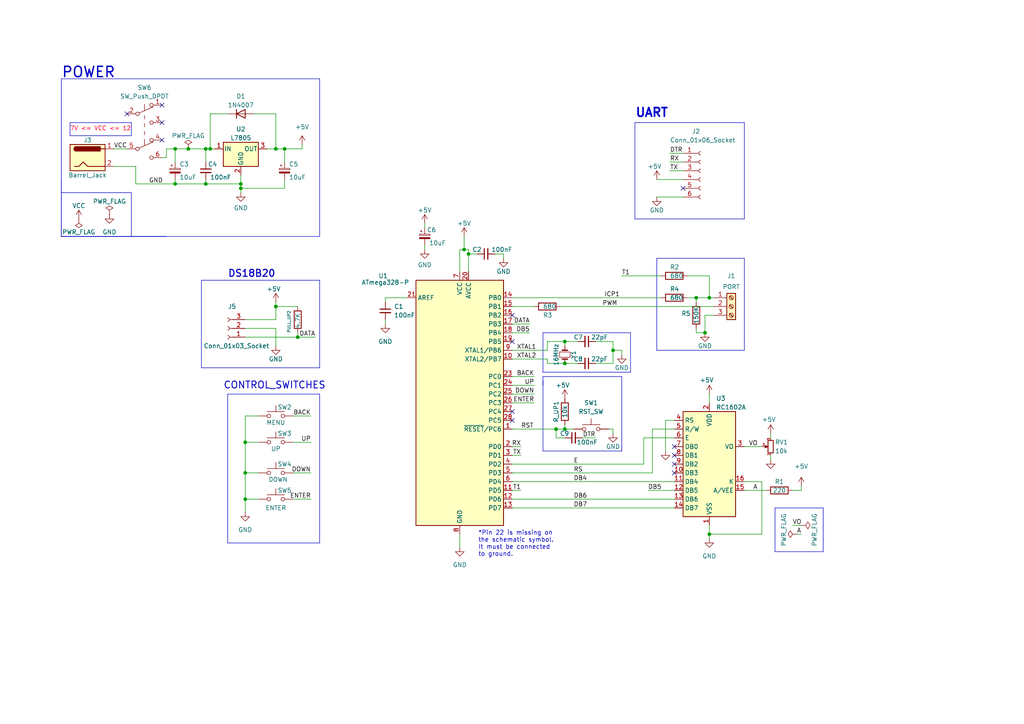
<source format=kicad_sch>
(kicad_sch (version 20230121) (generator eeschema)
  (paper "A4")
  (title_block (title "TPFR_Meter") (rev "1") (comment 1 "Author: Ozonised") (comment 2 "YouTube: https://www.youtube.com/c/Ozonised") (comment 3 "GitHub: https://github.com/Ozonised"))
  (lib_symbols
    (symbol "1N4007_1" (pin_numbers hide) (pin_names hide)
      (property "Reference" "D" (at 0 2.54 0))
      (property "Value" "1N4007" (at 0 -2.54 0))
      (symbol "1N4007_1_0_1"
        (polyline (pts (xy -1.27 1.27) (xy -1.27 -1.27)) (stroke (width 0.254)))
        (polyline (pts (xy 1.27 0) (xy -1.27 0)))
        (polyline (pts (xy 1.27 1.27) (xy 1.27 -1.27) (xy -1.27 0) (xy 1.27 1.27)) (stroke (width 0.254)))
      )
      (symbol "1N4007_1_1_1"
        (pin passive line (at -3.81 0 0) (length 2.54) (name "K") (number "1"))
        (pin passive line (at 3.81 0 180) (length 2.54) (name "A") (number "2"))
      )
    )
    (symbol "Connector:Barrel_Jack" (pin_names (offset 1.016))
      (property "Reference" "J" (at 0 5.334 0))
      (property "Value" "Barrel_Jack" (at 0 -5.08 0))
      (symbol "Barrel_Jack_0_1"
        (rectangle (start -5.08 3.81) (end 5.08 -3.81) (stroke (width 0.254)) (fill (type background)))
        (arc (start -3.302 3.175) (mid -3.9343 2.54) (end -3.302 1.905) (stroke (width 0.254)))
        (arc (start -3.302 3.175) (mid -3.9343 2.54) (end -3.302 1.905) (stroke (width 0.254)) (fill (type outline)))
        (polyline (pts (xy 5.08 2.54) (xy 3.81 2.54)) (stroke (width 0.254)))
        (polyline (pts (xy -3.81 -2.54) (xy -2.54 -2.54) (xy -1.27 -1.27) (xy 0 -2.54) (xy 2.54 -2.54) (xy 5.08 -2.54)) (stroke (width 0.254)))
        (rectangle (start 3.683 3.175) (end -3.302 1.905) (stroke (width 0.254)) (fill (type outline)))
      )
      (symbol "Barrel_Jack_1_1"
        (pin passive line (at 7.62 2.54 180) (length 2.54) (name "~") (number "1"))
        (pin passive line (at 7.62 -2.54 180) (length 2.54) (name "~") (number "2"))
      )
    )
    (symbol "Connector:Conn_01x03_Socket" (pin_names (offset 1.016) hide)
      (property "Reference" "J" (at 0 5.08 0))
      (property "Value" "Conn_01x03_Socket" (at 0 -5.08 0))
      (symbol "Conn_01x03_Socket_1_1"
        (arc (start 0 -2.032) (mid -0.5058 -2.54) (end 0 -3.048) (stroke (width 0.1524)))
        (polyline (pts (xy -1.27 -2.54) (xy -0.508 -2.54)) (stroke (width 0.1524)))
        (polyline (pts (xy -1.27 0) (xy -0.508 0)) (stroke (width 0.1524)))
        (polyline (pts (xy -1.27 2.54) (xy -0.508 2.54)) (stroke (width 0.1524)))
        (arc (start 0 0.508) (mid -0.5058 0) (end 0 -0.508) (stroke (width 0.1524)))
        (arc (start 0 3.048) (mid -0.5058 2.54) (end 0 2.032) (stroke (width 0.1524)))
        (pin passive line (at -5.08 2.54 0) (length 3.81) (name "Pin_1") (number "1"))
        (pin passive line (at -5.08 0 0) (length 3.81) (name "Pin_2") (number "2"))
        (pin passive line (at -5.08 -2.54 0) (length 3.81) (name "Pin_3") (number "3"))
      )
    )
    (symbol "Connector:Conn_01x06_Socket" (pin_names (offset 1.016) hide)
      (property "Reference" "J" (at 0 7.62 0))
      (property "Value" "Conn_01x06_Socket" (at 0 -10.16 0))
      (symbol "Conn_01x06_Socket_1_1"
        (arc (start 0 -7.112) (mid -0.5058 -7.62) (end 0 -8.128) (stroke (width 0.1524)))
        (arc (start 0 -4.572) (mid -0.5058 -5.08) (end 0 -5.588) (stroke (width 0.1524)))
        (arc (start 0 -2.032) (mid -0.5058 -2.54) (end 0 -3.048) (stroke (width 0.1524)))
        (polyline (pts (xy -1.27 -7.62) (xy -0.508 -7.62)) (stroke (width 0.1524)))
        (polyline (pts (xy -1.27 -5.08) (xy -0.508 -5.08)) (stroke (width 0.1524)))
        (polyline (pts (xy -1.27 -2.54) (xy -0.508 -2.54)) (stroke (width 0.1524)))
        (polyline (pts (xy -1.27 0) (xy -0.508 0)) (stroke (width 0.1524)))
        (polyline (pts (xy -1.27 2.54) (xy -0.508 2.54)) (stroke (width 0.1524)))
        (polyline (pts (xy -1.27 5.08) (xy -0.508 5.08)) (stroke (width 0.1524)))
        (arc (start 0 0.508) (mid -0.5058 0) (end 0 -0.508) (stroke (width 0.1524)))
        (arc (start 0 3.048) (mid -0.5058 2.54) (end 0 2.032) (stroke (width 0.1524)))
        (arc (start 0 5.588) (mid -0.5058 5.08) (end 0 4.572) (stroke (width 0.1524)))
        (pin passive line (at -5.08 5.08 0) (length 3.81) (name "Pin_1") (number "1"))
        (pin passive line (at -5.08 2.54 0) (length 3.81) (name "Pin_2") (number "2"))
        (pin passive line (at -5.08 0 0) (length 3.81) (name "Pin_3") (number "3"))
        (pin passive line (at -5.08 -2.54 0) (length 3.81) (name "Pin_4") (number "4"))
        (pin passive line (at -5.08 -5.08 0) (length 3.81) (name "Pin_5") (number "5"))
        (pin passive line (at -5.08 -7.62 0) (length 3.81) (name "Pin_6") (number "6"))
      )
    )
    (symbol "Connector:Screw_Terminal_01x03" (pin_names (offset 1.016) hide)
      (property "Reference" "J" (at 0 5.08 0))
      (property "Value" "Screw_Terminal_01x03" (at 0 -5.08 0))
      (symbol "Screw_Terminal_01x03_1_1"
        (rectangle (start -1.27 3.81) (end 1.27 -3.81) (stroke (width 0.254)) (fill (type background)))
        (circle (center 0 -2.54) (radius 0.635) (stroke (width 0.1524)))
        (polyline (pts (xy -0.5334 -2.2098) (xy 0.3302 -3.048)) (stroke (width 0.1524)))
        (polyline (pts (xy -0.5334 0.3302) (xy 0.3302 -0.508)) (stroke (width 0.1524)))
        (polyline (pts (xy -0.5334 2.8702) (xy 0.3302 2.032)) (stroke (width 0.1524)))
        (polyline (pts (xy -0.3556 -2.032) (xy 0.508 -2.8702)) (stroke (width 0.1524)))
        (polyline (pts (xy -0.3556 0.508) (xy 0.508 -0.3302)) (stroke (width 0.1524)))
        (polyline (pts (xy -0.3556 3.048) (xy 0.508 2.2098)) (stroke (width 0.1524)))
        (circle (center 0 0) (radius 0.635) (stroke (width 0.1524)))
        (circle (center 0 2.54) (radius 0.635) (stroke (width 0.1524)))
        (pin passive line (at -5.08 2.54 0) (length 3.81) (name "Pin_1") (number "1"))
        (pin passive line (at -5.08 0 0) (length 3.81) (name "Pin_2") (number "2"))
        (pin passive line (at -5.08 -2.54 0) (length 3.81) (name "Pin_3") (number "3"))
      )
    )
    (symbol "Device:C_Polarized_Small" (pin_numbers hide) (pin_names (offset 0.254) hide)
      (property "Reference" "C" (at 0.254 1.778 0))
      (property "Value" "C_Polarized_Small" (at 0.254 -2.032 0))
      (symbol "C_Polarized_Small_0_1"
        (rectangle (start -1.524 -0.3048) (end 1.524 -0.6858) (fill (type outline)))
        (rectangle (start -1.524 0.6858) (end 1.524 0.3048))
        (polyline (pts (xy -1.27 1.524) (xy -0.762 1.524)))
        (polyline (pts (xy -1.016 1.27) (xy -1.016 1.778)))
      )
      (symbol "C_Polarized_Small_1_1"
        (pin passive line (at 0 2.54 270) (length 1.8542) (name "~") (number "1"))
        (pin passive line (at 0 -2.54 90) (length 1.8542) (name "~") (number "2"))
      )
    )
    (symbol "Device:C_Small" (pin_numbers hide) (pin_names (offset 0.254) hide)
      (property "Reference" "C" (at 0.254 1.778 0))
      (property "Value" "C_Small" (at 0.254 -2.032 0))
      (symbol "C_Small_0_1"
        (polyline (pts (xy -1.524 -0.508) (xy 1.524 -0.508)) (stroke (width 0.3302)))
        (polyline (pts (xy -1.524 0.508) (xy 1.524 0.508)) (stroke (width 0.3048)))
      )
      (symbol "C_Small_1_1"
        (pin passive line (at 0 2.54 270) (length 2.032) (name "~") (number "1"))
        (pin passive line (at 0 -2.54 90) (length 2.032) (name "~") (number "2"))
      )
    )
    (symbol "Device:Crystal_Small" (pin_numbers hide) (pin_names (offset 1.016) hide)
      (property "Reference" "Y" (at 0 2.54 0))
      (property "Value" "Crystal_Small" (at 0 -2.54 0))
      (symbol "Crystal_Small_0_1"
        (rectangle (start -0.762 -1.524) (end 0.762 1.524))
        (polyline (pts (xy -1.27 -0.762) (xy -1.27 0.762)) (stroke (width 0.381)))
        (polyline (pts (xy 1.27 -0.762) (xy 1.27 0.762)) (stroke (width 0.381)))
      )
      (symbol "Crystal_Small_1_1"
        (pin passive line (at -2.54 0 0) (length 1.27) (name "1") (number "1"))
        (pin passive line (at 2.54 0 180) (length 1.27) (name "2") (number "2"))
      )
    )
    (symbol "Device:R" (pin_numbers hide) (pin_names (offset 0))
      (property "Reference" "R" (at 2.032 0 90))
      (property "Value" "R" (at 0 0 90))
      (symbol "R_0_1"
        (rectangle (start -1.016 -2.54) (end 1.016 2.54) (stroke (width 0.254)))
      )
      (symbol "R_1_1"
        (pin passive line (at 0 3.81 270) (length 1.27) (name "~") (number "1"))
        (pin passive line (at 0 -3.81 90) (length 1.27) (name "~") (number "2"))
      )
    )
    (symbol "Device:R_Potentiometer_Small" (pin_names (offset 1.016) hide)
      (property "Reference" "RV" (at -4.445 0 90))
      (property "Value" "R_Potentiometer_Small" (at -2.54 0 90))
      (symbol "R_Potentiometer_Small_0_1"
        (polyline (pts (xy 0.889 0) (xy 0.635 0) (xy 1.651 0.381) (xy 1.651 -0.381) (xy 0.635 0) (xy 0.889 0)) (fill (type outline)))
        (rectangle (start 0.762 1.8034) (end -0.762 -1.8034) (stroke (width 0.254)))
      )
      (symbol "R_Potentiometer_Small_1_1"
        (pin passive line (at 0 2.54 270) (length 0.635) (name "1") (number "1"))
        (pin passive line (at 2.54 0 180) (length 0.9906) (name "2") (number "2"))
        (pin passive line (at 0 -2.54 90) (length 0.635) (name "3") (number "3"))
      )
    )
    (symbol "Display_Character:RC1602A"
      (property "Reference" "U" (at -6.35 16.51 0))
      (property "Value" "RC1602A" (at 2.794 16.51 0))
      (symbol "RC1602A_0_1"
        (rectangle (start -7.62 15.24) (end 7.62 -15.24) (stroke (width 0.254)) (fill (type background)))
      )
      (symbol "RC1602A_1_1"
        (pin power_in line (at 0 -17.78 90) (length 2.54) (name "VSS") (number "1"))
        (pin bidirectional line (at -10.16 -2.54 0) (length 2.54) (name "DB3") (number "10"))
        (pin bidirectional line (at -10.16 -5.08 0) (length 2.54) (name "DB4") (number "11"))
        (pin bidirectional line (at -10.16 -7.62 0) (length 2.54) (name "DB5") (number "12"))
        (pin bidirectional line (at -10.16 -10.16 0) (length 2.54) (name "DB6") (number "13"))
        (pin bidirectional line (at -10.16 -12.7 0) (length 2.54) (name "DB7") (number "14"))
        (pin power_in line (at 10.16 -7.62 180) (length 2.54) (name "A/VEE") (number "15"))
        (pin power_in line (at 10.16 -5.08 180) (length 2.54) (name "K") (number "16"))
        (pin power_in line (at 0 17.78 270) (length 2.54) (name "VDD") (number "2"))
        (pin power_in line (at 10.16 5.08 180) (length 2.54) (name "VO") (number "3"))
        (pin input line (at -10.16 12.7 0) (length 2.54) (name "RS") (number "4"))
        (pin input line (at -10.16 10.16 0) (length 2.54) (name "R/W") (number "5"))
        (pin input line (at -10.16 7.62 0) (length 2.54) (name "E") (number "6"))
        (pin bidirectional line (at -10.16 5.08 0) (length 2.54) (name "DB0") (number "7"))
        (pin bidirectional line (at -10.16 2.54 0) (length 2.54) (name "DB1") (number "8"))
        (pin bidirectional line (at -10.16 0 0) (length 2.54) (name "DB2") (number "9"))
      )
    )
    (symbol "MCU_Microchip_ATmega:ATmega328-P"
      (property "Reference" "U" (at -12.7 36.83 0))
      (property "Value" "ATmega328-P" (at 2.54 -36.83 0))
      (symbol "ATmega328-P_0_1"
        (rectangle (start -12.7 -35.56) (end 12.7 35.56) (stroke (width 0.254)) (fill (type background)))
      )
      (symbol "ATmega328-P_1_1"
        (pin bidirectional line (at 15.24 -7.62 180) (length 2.54) (name "~{RESET}/PC6") (number "1"))
        (pin bidirectional line (at 15.24 12.7 180) (length 2.54) (name "XTAL2/PB7") (number "10"))
        (pin bidirectional line (at 15.24 -25.4 180) (length 2.54) (name "PD5") (number "11"))
        (pin bidirectional line (at 15.24 -27.94 180) (length 2.54) (name "PD6") (number "12"))
        (pin bidirectional line (at 15.24 -30.48 180) (length 2.54) (name "PD7") (number "13"))
        (pin bidirectional line (at 15.24 30.48 180) (length 2.54) (name "PB0") (number "14"))
        (pin bidirectional line (at 15.24 27.94 180) (length 2.54) (name "PB1") (number "15"))
        (pin bidirectional line (at 15.24 25.4 180) (length 2.54) (name "PB2") (number "16"))
        (pin bidirectional line (at 15.24 22.86 180) (length 2.54) (name "PB3") (number "17"))
        (pin bidirectional line (at 15.24 20.32 180) (length 2.54) (name "PB4") (number "18"))
        (pin bidirectional line (at 15.24 17.78 180) (length 2.54) (name "PB5") (number "19"))
        (pin bidirectional line (at 15.24 -12.7 180) (length 2.54) (name "PD0") (number "2"))
        (pin power_in line (at 2.54 38.1 270) (length 2.54) (name "AVCC") (number "20"))
        (pin passive line (at -15.24 30.48 0) (length 2.54) (name "AREF") (number "21"))
        (pin passive line (at 0 -38.1 90) (length 2.54) hide (name "GND") (number "22"))
        (pin bidirectional line (at 15.24 7.62 180) (length 2.54) (name "PC0") (number "23"))
        (pin bidirectional line (at 15.24 5.08 180) (length 2.54) (name "PC1") (number "24"))
        (pin bidirectional line (at 15.24 2.54 180) (length 2.54) (name "PC2") (number "25"))
        (pin bidirectional line (at 15.24 0 180) (length 2.54) (name "PC3") (number "26"))
        (pin bidirectional line (at 15.24 -2.54 180) (length 2.54) (name "PC4") (number "27"))
        (pin bidirectional line (at 15.24 -5.08 180) (length 2.54) (name "PC5") (number "28"))
        (pin bidirectional line (at 15.24 -15.24 180) (length 2.54) (name "PD1") (number "3"))
        (pin bidirectional line (at 15.24 -17.78 180) (length 2.54) (name "PD2") (number "4"))
        (pin bidirectional line (at 15.24 -20.32 180) (length 2.54) (name "PD3") (number "5"))
        (pin bidirectional line (at 15.24 -22.86 180) (length 2.54) (name "PD4") (number "6"))
        (pin power_in line (at 0 38.1 270) (length 2.54) (name "VCC") (number "7"))
        (pin power_in line (at 0 -38.1 90) (length 2.54) (name "GND") (number "8"))
        (pin bidirectional line (at 15.24 15.24 180) (length 2.54) (name "XTAL1/PB6") (number "9"))
      )
    )
    (symbol "PWR_FLAG_1" (power) (pin_numbers hide) (pin_names (offset 0) hide)
      (property "Value" "PWR_FLAG_1" (at 0 3.81 0))
      (symbol "PWR_FLAG_1_0_0"
        (pin power_out line (at 0 0 90) (length 0) (name "pwr") (number "1"))
      )
      (symbol "PWR_FLAG_1_0_1"
        (polyline (pts (xy 0 0) (xy 0 1.27) (xy -1.016 1.905) (xy 0 2.54) (xy 1.016 1.905) (xy 0 1.27)))
      )
    )
    (symbol "PWR_FLAG_2" (power) (pin_numbers hide) (pin_names (offset 0) hide)
      (property "Value" "PWR_FLAG_2" (at 0 3.81 0))
      (symbol "PWR_FLAG_2_0_0"
        (pin power_out line (at 0 0 90) (length 0) (name "pwr") (number "1"))
      )
      (symbol "PWR_FLAG_2_0_1"
        (polyline (pts (xy 0 0) (xy 0 1.27) (xy -1.016 1.905) (xy 0 2.54) (xy 1.016 1.905) (xy 0 1.27)))
      )
    )
    (symbol "Regulator_Linear:L7805" (pin_names (offset 0.254))
      (property "Reference" "U" (at -3.81 3.175 0))
      (property "Value" "L7805" (at 0 3.175 0))
      (symbol "L7805_0_1"
        (rectangle (start -5.08 1.905) (end 5.08 -5.08) (stroke (width 0.254)) (fill (type background)))
      )
      (symbol "L7805_1_1"
        (pin power_in line (at -7.62 0 0) (length 2.54) (name "IN") (number "1"))
        (pin power_in line (at 0 -7.62 90) (length 2.54) (name "GND") (number "2"))
        (pin power_out line (at 7.62 0 180) (length 2.54) (name "OUT") (number "3"))
      )
    )
    (symbol "Switch:SW_Push" (pin_numbers hide) (pin_names (offset 1.016) hide)
      (property "Reference" "SW" (at 1.27 2.54 0))
      (property "Value" "SW_Push" (at 0 -1.524 0))
      (symbol "SW_Push_0_1"
        (circle (center -2.032 0) (radius 0.508))
        (polyline (pts (xy 0 1.27) (xy 0 3.048)))
        (polyline (pts (xy 2.54 1.27) (xy -2.54 1.27)))
        (circle (center 2.032 0) (radius 0.508))
        (pin passive line (at -5.08 0 0) (length 2.54) (name "1") (number "1"))
        (pin passive line (at 5.08 0 180) (length 2.54) (name "2") (number "2"))
      )
    )
    (symbol "Switch:SW_Push_DPDT" (pin_names (offset 0) hide)
      (property "Reference" "SW" (at 0 8.89 0))
      (property "Value" "SW_Push_DPDT" (at 0 -10.16 0))
      (symbol "SW_Push_DPDT_0_0"
        (circle (center -2.032 -5.08) (radius 0.508))
        (circle (center -2.032 5.08) (radius 0.508))
        (circle (center 2.032 -7.62) (radius 0.508))
        (circle (center 2.032 2.54) (radius 0.508))
      )
      (symbol "SW_Push_DPDT_0_1"
        (polyline (pts (xy -1.524 -4.826) (xy 2.54 -3.048)))
        (polyline (pts (xy -1.524 5.334) (xy 2.54 7.112)))
        (polyline (pts (xy 0 -2.286) (xy 0 -4.064)))
        (polyline (pts (xy 0 -1.016) (xy 0 0)))
        (polyline (pts (xy 0 1.27) (xy 0 2.286)))
        (polyline (pts (xy 0 3.556) (xy 0 4.572)))
        (polyline (pts (xy 0 7.874) (xy 0 6.096)))
        (circle (center 2.032 -2.54) (radius 0.508))
        (circle (center 2.032 7.62) (radius 0.508))
      )
      (symbol "SW_Push_DPDT_1_1"
        (pin passive line (at 5.08 7.62 180) (length 2.54) (name "A") (number "1"))
        (pin passive line (at -5.08 5.08 0) (length 2.54) (name "B") (number "2"))
        (pin passive line (at 5.08 2.54 180) (length 2.54) (name "C") (number "3"))
        (pin passive line (at 5.08 -2.54 180) (length 2.54) (name "A") (number "4"))
        (pin passive line (at -5.08 -5.08 0) (length 2.54) (name "B") (number "5"))
        (pin passive line (at 5.08 -7.62 180) (length 2.54) (name "C") (number "6"))
      )
    )
    (symbol "power:+5V" (power) (pin_names (offset 0))
      (property "Value" "+5V" (at 0 3.556 0))
      (symbol "+5V_0_1"
        (polyline (pts (xy -0.762 1.27) (xy 0 2.54)))
        (polyline (pts (xy 0 0) (xy 0 2.54)))
        (polyline (pts (xy 0 2.54) (xy 0.762 1.27)))
      )
      (symbol "+5V_1_1"
        (pin power_in line (at 0 0 90) (length 0) hide (name "+5V") (number "1"))
      )
    )
    (symbol "power:GND" (power) (pin_names (offset 0))
      (property "Value" "GND" (at 0 -3.81 0))
      (symbol "GND_0_1"
        (polyline (pts (xy 0 0) (xy 0 -1.27) (xy 1.27 -1.27) (xy 0 -2.54) (xy -1.27 -1.27) (xy 0 -1.27)))
      )
      (symbol "GND_1_1"
        (pin power_in line (at 0 0 270) (length 0) hide (name "GND") (number "1"))
      )
    )
    (symbol "power:PWR_FLAG" (power) (pin_numbers hide) (pin_names (offset 0) hide)
      (property "Value" "PWR_FLAG" (at 0 3.81 0))
      (symbol "PWR_FLAG_0_0"
        (pin power_out line (at 0 0 90) (length 0) (name "pwr") (number "1"))
      )
      (symbol "PWR_FLAG_0_1"
        (polyline (pts (xy 0 0) (xy 0 1.27) (xy -1.016 1.905) (xy 0 2.54) (xy 1.016 1.905) (xy 0 1.27)))
      )
    )
    (symbol "power:VCC" (power) (pin_names (offset 0))
      (property "Value" "VCC" (at 0 3.81 0))
      (symbol "VCC_0_1"
        (polyline (pts (xy -0.762 1.27) (xy 0 2.54)))
        (polyline (pts (xy 0 0) (xy 0 2.54)))
        (polyline (pts (xy 0 2.54) (xy 0.762 1.27)))
      )
      (symbol "VCC_1_1"
        (pin power_in line (at 0 0 90) (length 0) hide (name "VCC") (number "1"))
      )
    )
  )
  (junction (at 201.93 86.36))
  (junction (at 71.12 144.78))
  (junction (at 204.47 96.52))
  (junction (at 71.12 128.27))
  (junction (at 86.36 97.79))
  (junction (at 60.96 43.18))
  (junction (at 80.01 88.9))
  (junction (at 54.61 43.18))
  (junction (at 134.62 72.39))
  (junction (at 69.85 53.34))
  (junction (at 80.01 43.18))
  (junction (at 59.69 53.34))
  (junction (at 205.74 154.94))
  (junction (at 69.85 54.61))
  (junction (at 50.8 53.34))
  (junction (at 163.83 124.46))
  (junction (at 163.83 99.06))
  (junction (at 50.8 43.18))
  (junction (at 205.74 86.36))
  (junction (at 177.8 101.6))
  (junction (at 82.55 43.18))
  (junction (at 71.12 137.16))
  (junction (at 161.29 124.46))
  (junction (at 163.83 105.41))
  (junction (at 135.89 73.66))
  (junction (at 59.69 43.18))
  (no_connect (at 46.99 40.64))
  (no_connect (at 148.59 119.38))
  (no_connect (at 148.59 121.92))
  (no_connect (at 148.59 91.44))
  (no_connect (at 36.83 33.02))
  (no_connect (at 195.58 137.16))
  (no_connect (at 195.58 134.62))
  (no_connect (at 195.58 132.08))
  (no_connect (at 198.12 54.61))
  (no_connect (at 46.99 35.56))
  (no_connect (at 148.59 99.06))
  (no_connect (at 195.58 129.54))
  (no_connect (at 46.99 30.48))
  (wire (pts (xy 135.89 72.39) (xy 135.89 73.66)))
  (wire (pts (xy 133.35 154.94) (xy 133.35 158.75)))
  (wire (pts (xy 201.93 86.36) (xy 205.74 86.36)))
  (wire (pts (xy 39.37 48.26) (xy 39.37 53.34)))
  (wire (pts (xy 158.75 104.14) (xy 158.75 105.41)))
  (wire (pts (xy 123.19 71.12) (xy 123.19 72.39)))
  (wire (pts (xy 111.76 92.71) (xy 111.76 93.98)))
  (wire (pts (xy 48.26 43.18) (xy 50.8 43.18)))
  (wire (pts (xy 54.61 43.18) (xy 59.69 43.18)))
  (wire (pts (xy 204.47 91.44) (xy 204.47 96.52)))
  (polyline (pts (xy 238.76 147.32) (xy 238.76 160.02)))
  (wire (pts (xy 199.39 86.36) (xy 201.93 86.36)))
  (wire (pts (xy 177.8 105.41) (xy 172.72 105.41)))
  (wire (pts (xy 71.12 144.78) (xy 74.93 144.78)))
  (wire (pts (xy 205.74 80.01) (xy 205.74 86.36)))
  (wire (pts (xy 205.74 154.94) (xy 220.98 154.94)))
  (polyline (pts (xy 48.26 68.58) (xy 17.78 68.58)))
  (wire (pts (xy 201.93 95.25) (xy 201.93 96.52)))
  (wire (pts (xy 161.29 124.46) (xy 163.83 124.46)))
  (polyline (pts (xy 190.5 101.6) (xy 215.9 101.6)))
  (wire (pts (xy 158.75 101.6) (xy 148.59 101.6)))
  (wire (pts (xy 172.72 127) (xy 168.91 127)))
  (wire (pts (xy 80.01 87.63) (xy 80.01 88.9)))
  (polyline (pts (xy 66.04 157.48) (xy 66.04 114.3)))
  (wire (pts (xy 59.69 43.18) (xy 60.96 43.18)))
  (wire (pts (xy 50.8 53.34) (xy 59.69 53.34)))
  (wire (pts (xy 215.9 139.7) (xy 220.98 139.7)))
  (wire (pts (xy 177.8 101.6) (xy 180.34 101.6)))
  (polyline (pts (xy 92.71 157.48) (xy 66.04 157.48)))
  (wire (pts (xy 189.23 124.46) (xy 195.58 124.46)))
  (wire (pts (xy 71.12 144.78) (xy 71.12 148.59)))
  (wire (pts (xy 74.93 120.65) (xy 71.12 120.65)))
  (wire (pts (xy 71.12 137.16) (xy 71.12 144.78)))
  (wire (pts (xy 198.12 57.15) (xy 190.5 57.15)))
  (wire (pts (xy 195.58 121.92) (xy 193.04 121.92)))
  (wire (pts (xy 187.96 142.24) (xy 195.58 142.24)))
  (wire (pts (xy 167.64 99.06) (xy 163.83 99.06)))
  (wire (pts (xy 71.12 120.65) (xy 71.12 128.27)))
  (polyline (pts (xy 58.42 106.68) (xy 92.71 106.68)))
  (wire (pts (xy 153.67 96.52) (xy 148.59 96.52)))
  (wire (pts (xy 198.12 44.45) (xy 194.31 44.45)))
  (wire (pts (xy 161.29 127) (xy 163.83 127)))
  (wire (pts (xy 158.75 105.41) (xy 163.83 105.41)))
  (wire (pts (xy 205.74 152.4) (xy 205.74 154.94)))
  (wire (pts (xy 151.13 142.24) (xy 148.59 142.24)))
  (wire (pts (xy 177.8 101.6) (xy 177.8 105.41)))
  (polyline (pts (xy 180.34 130.81) (xy 180.34 109.22)))
  (wire (pts (xy 201.93 87.63) (xy 201.93 86.36)))
  (wire (pts (xy 118.11 86.36) (xy 111.76 86.36)))
  (wire (pts (xy 232.41 140.97) (xy 232.41 142.24)))
  (wire (pts (xy 50.8 43.18) (xy 54.61 43.18)))
  (wire (pts (xy 111.76 86.36) (xy 111.76 87.63)))
  (wire (pts (xy 153.67 93.98) (xy 148.59 93.98)))
  (wire (pts (xy 69.85 54.61) (xy 82.55 54.61)))
  (polyline (pts (xy 17.78 22.86) (xy 17.78 68.58)))
  (wire (pts (xy 80.01 88.9) (xy 86.36 88.9)))
  (wire (pts (xy 59.69 52.07) (xy 59.69 53.34)))
  (wire (pts (xy 69.85 54.61) (xy 69.85 55.88)))
  (wire (pts (xy 148.59 147.32) (xy 195.58 147.32)))
  (polyline (pts (xy 215.9 97.79) (xy 215.9 74.93)))
  (wire (pts (xy 148.59 124.46) (xy 161.29 124.46)))
  (wire (pts (xy 163.83 99.06) (xy 158.75 99.06)))
  (wire (pts (xy 220.98 154.94) (xy 220.98 139.7)))
  (wire (pts (xy 135.89 73.66) (xy 135.89 78.74)))
  (wire (pts (xy 33.02 48.26) (xy 39.37 48.26)))
  (wire (pts (xy 198.12 52.07) (xy 190.5 52.07)))
  (polyline (pts (xy 20.32 35.56) (xy 38.1 35.56)))
  (polyline (pts (xy 215.9 35.56) (xy 215.9 63.5)))
  (polyline (pts (xy 238.76 160.02) (xy 224.79 160.02)))
  (wire (pts (xy 201.93 96.52) (xy 204.47 96.52)))
  (wire (pts (xy 163.83 123.19) (xy 163.83 124.46)))
  (wire (pts (xy 134.62 72.39) (xy 133.35 72.39)))
  (wire (pts (xy 177.8 124.46) (xy 177.8 125.73)))
  (wire (pts (xy 177.8 99.06) (xy 177.8 101.6)))
  (wire (pts (xy 232.41 154.94) (xy 231.14 154.94)))
  (wire (pts (xy 80.01 33.02) (xy 80.01 43.18)))
  (wire (pts (xy 71.12 97.79) (xy 86.36 97.79)))
  (wire (pts (xy 154.94 109.22) (xy 148.59 109.22)))
  (polyline (pts (xy 215.9 74.93) (xy 190.5 74.93)))
  (wire (pts (xy 223.52 132.08) (xy 223.52 133.35)))
  (wire (pts (xy 82.55 43.18) (xy 82.55 46.99)))
  (wire (pts (xy 90.17 144.78) (xy 85.09 144.78)))
  (wire (pts (xy 229.87 142.24) (xy 232.41 142.24)))
  (polyline (pts (xy 157.48 96.52) (xy 182.88 96.52)))
  (polyline (pts (xy 215.9 97.79) (xy 215.9 101.6)))
  (wire (pts (xy 189.23 124.46) (xy 189.23 137.16)))
  (wire (pts (xy 148.59 144.78) (xy 195.58 144.78)))
  (wire (pts (xy 161.29 124.46) (xy 161.29 127)))
  (wire (pts (xy 180.34 102.87) (xy 180.34 101.6)))
  (polyline (pts (xy 17.78 55.88) (xy 38.1 55.88)))
  (wire (pts (xy 71.12 137.16) (xy 74.93 137.16)))
  (wire (pts (xy 90.17 120.65) (xy 85.09 120.65)))
  (wire (pts (xy 71.12 128.27) (xy 71.12 137.16)))
  (wire (pts (xy 86.36 97.79) (xy 91.44 97.79)))
  (wire (pts (xy 59.69 43.18) (xy 59.69 46.99)))
  (wire (pts (xy 80.01 43.18) (xy 82.55 43.18)))
  (polyline (pts (xy 157.48 96.52) (xy 157.48 107.95)))
  (wire (pts (xy 39.37 53.34) (xy 50.8 53.34)))
  (wire (pts (xy 82.55 43.18) (xy 87.63 43.18)))
  (polyline (pts (xy 38.1 55.88) (xy 38.1 68.58)))
  (wire (pts (xy 148.59 88.9) (xy 154.94 88.9)))
  (wire (pts (xy 46.99 45.72) (xy 48.26 45.72)))
  (wire (pts (xy 163.83 105.41) (xy 167.64 105.41)))
  (polyline (pts (xy 92.71 68.58) (xy 92.71 22.86)))
  (wire (pts (xy 60.96 33.02) (xy 60.96 43.18)))
  (polyline (pts (xy 17.78 68.58) (xy 92.71 68.58)))
  (polyline (pts (xy 20.32 39.37) (xy 38.1 39.37)))
  (wire (pts (xy 134.62 68.58) (xy 134.62 72.39)))
  (polyline (pts (xy 157.48 109.22) (xy 157.48 111.76)))
  (wire (pts (xy 205.74 154.94) (xy 205.74 156.21)))
  (wire (pts (xy 223.52 125.73) (xy 223.52 127)))
  (polyline (pts (xy 224.79 147.32) (xy 224.79 160.02)))
  (wire (pts (xy 205.74 114.3) (xy 205.74 116.84)))
  (wire (pts (xy 135.89 73.66) (xy 138.43 73.66)))
  (wire (pts (xy 80.01 95.25) (xy 80.01 100.33)))
  (wire (pts (xy 87.63 43.18) (xy 87.63 41.91)))
  (polyline (pts (xy 92.71 81.28) (xy 58.42 81.28)))
  (wire (pts (xy 148.59 104.14) (xy 158.75 104.14)))
  (wire (pts (xy 74.93 128.27) (xy 71.12 128.27)))
  (wire (pts (xy 90.17 137.16) (xy 85.09 137.16)))
  (wire (pts (xy 193.04 121.92) (xy 193.04 130.81)))
  (wire (pts (xy 50.8 43.18) (xy 50.8 46.99)))
  (wire (pts (xy 205.74 86.36) (xy 207.01 86.36)))
  (wire (pts (xy 66.04 33.02) (xy 60.96 33.02)))
  (wire (pts (xy 151.13 132.08) (xy 148.59 132.08)))
  (wire (pts (xy 73.66 33.02) (xy 80.01 33.02)))
  (wire (pts (xy 80.01 88.9) (xy 80.01 92.71)))
  (polyline (pts (xy 215.9 63.5) (xy 184.15 63.5)))
  (wire (pts (xy 194.31 49.53) (xy 198.12 49.53)))
  (polyline (pts (xy 157.48 110.49) (xy 157.48 130.81)))
  (polyline (pts (xy 20.32 35.56) (xy 20.32 39.37)))
  (wire (pts (xy 146.05 73.66) (xy 146.05 74.93)))
  (polyline (pts (xy 58.42 81.28) (xy 58.42 106.68)))
  (polyline (pts (xy 17.78 22.86) (xy 92.71 22.86)))
  (wire (pts (xy 207.01 91.44) (xy 204.47 91.44)))
  (wire (pts (xy 143.51 73.66) (xy 146.05 73.66)))
  (wire (pts (xy 186.69 127) (xy 195.58 127)))
  (wire (pts (xy 148.59 137.16) (xy 189.23 137.16)))
  (wire (pts (xy 148.59 134.62) (xy 186.69 134.62)))
  (wire (pts (xy 60.96 43.18) (xy 62.23 43.18)))
  (polyline (pts (xy 92.71 106.68) (xy 92.71 81.28)))
  (wire (pts (xy 123.19 64.77) (xy 123.19 66.04)))
  (polyline (pts (xy 17.78 52.07) (xy 17.78 68.58)))
  (polyline (pts (xy 184.15 35.56) (xy 185.42 35.56)))
  (wire (pts (xy 199.39 80.01) (xy 205.74 80.01)))
  (polyline (pts (xy 182.88 107.95) (xy 182.88 96.52)))
  (wire (pts (xy 133.35 72.39) (xy 133.35 78.74)))
  (polyline (pts (xy 184.15 63.5) (xy 184.15 35.56)))
  (wire (pts (xy 135.89 72.39) (xy 134.62 72.39)))
  (wire (pts (xy 59.69 53.34) (xy 69.85 53.34)))
  (wire (pts (xy 163.83 99.06) (xy 163.83 100.33)))
  (polyline (pts (xy 190.5 74.93) (xy 190.5 101.6)))
  (wire (pts (xy 82.55 52.07) (xy 82.55 54.61)))
  (wire (pts (xy 151.13 129.54) (xy 148.59 129.54)))
  (wire (pts (xy 229.87 152.4) (xy 232.41 152.4)))
  (polyline (pts (xy 180.34 109.22) (xy 157.48 109.22)))
  (wire (pts (xy 215.9 129.54) (xy 220.98 129.54)))
  (wire (pts (xy 48.26 43.18) (xy 48.26 45.72)))
  (polyline (pts (xy 38.1 39.37) (xy 38.1 35.56)))
  (polyline (pts (xy 157.48 130.81) (xy 180.34 130.81)))
  (wire (pts (xy 148.59 139.7) (xy 195.58 139.7)))
  (wire (pts (xy 166.37 124.46) (xy 163.83 124.46)))
  (wire (pts (xy 186.69 134.62) (xy 186.69 127)))
  (wire (pts (xy 86.36 97.79) (xy 86.36 96.52)))
  (wire (pts (xy 71.12 95.25) (xy 80.01 95.25)))
  (wire (pts (xy 180.34 80.01) (xy 191.77 80.01)))
  (wire (pts (xy 154.94 116.84) (xy 148.59 116.84)))
  (wire (pts (xy 148.59 86.36) (xy 191.77 86.36)))
  (polyline (pts (xy 224.79 147.32) (xy 238.76 147.32)))
  (polyline (pts (xy 157.48 107.95) (xy 182.88 107.95)))
  (wire (pts (xy 154.94 114.3) (xy 148.59 114.3)))
  (wire (pts (xy 90.17 128.27) (xy 85.09 128.27)))
  (wire (pts (xy 177.8 99.06) (xy 172.72 99.06)))
  (polyline (pts (xy 92.71 114.3) (xy 92.71 157.48)))
  (wire (pts (xy 77.47 43.18) (xy 80.01 43.18)))
  (wire (pts (xy 158.75 99.06) (xy 158.75 101.6)))
  (wire (pts (xy 176.53 124.46) (xy 177.8 124.46)))
  (wire (pts (xy 69.85 50.8) (xy 69.85 53.34)))
  (wire (pts (xy 194.31 46.99) (xy 198.12 46.99)))
  (polyline (pts (xy 66.04 114.3) (xy 92.71 114.3)))
  (polyline (pts (xy 185.42 35.56) (xy 215.9 35.56)))
  (wire (pts (xy 162.56 88.9) (xy 207.01 88.9)))
  (wire (pts (xy 154.94 111.76) (xy 148.59 111.76)))
  (wire (pts (xy 69.85 53.34) (xy 69.85 54.61)))
  (wire (pts (xy 71.12 92.71) (xy 80.01 92.71)))
  (wire (pts (xy 50.8 52.07) (xy 50.8 53.34)))
  (wire (pts (xy 215.9 142.24) (xy 222.25 142.24)))
  (wire (pts (xy 33.02 43.18) (xy 36.83 43.18)))
  (text "DS18B20" (at 66.04 80.645 0) (effects (font (size 2 2) (thickness 0.32) bold) (justify left bottom)))
  (text "*Pin 22 is missing on \nthe schematic symbol.\nIt must be connected\nto ground." (at 138.684 161.544 0) (effects (font (size 1.27 1.27)) (justify left bottom)))
  (text "UART " (at 184.15 34.29 0) (effects (font (size 2.5 2.5) (thickness 0.5) bold) (justify left bottom)))
  (text "POWER" (at 17.78 22.86 0) (effects (font (size 3 3) (thickness 0.4) bold) (justify left bottom)))
  (text "7V <= VCC <= 12" (at 20.32 38.1 0) (effects (font (size 1.2 1.2)) (justify left bottom)))
  (text "CONTROL_SWITCHES" (at 64.77 113.03 0) (effects (font (size 2 2) (thickness 0.254) bold) (justify left bottom)))
  (label "DB5" (at 153.67 96.52 180))
  (label "VO" (at 229.87 152.4 0))
  (label "VO" (at 217.17 129.54 0))
  (label "XTAL2" (at 149.86 104.14 0))
  (label "DB5" (at 187.96 142.24 0))
  (label "RX" (at 151.13 129.54 180))
  (label "DTR" (at 194.31 44.45 0))
  (label "XTAL1" (at 149.86 101.6 0))
  (label "A" (at 218.44 142.24 0))
  (label "DOWN" (at 90.17 137.16 180))
  (label "TX" (at 151.13 132.08 180))
  (label "DB4" (at 166.37 139.7 0))
  (label "RST" (at 151.13 124.46 0))
  (label "BACK" (at 154.94 109.22 180))
  (label "ICP1" (at 175.26 86.36 0))
  (label "E" (at 166.37 134.62 0))
  (label "UP" (at 90.17 128.27 180))
  (label "DATA" (at 153.67 93.98 180))
  (label "BACK" (at 90.17 120.65 180))
  (label "TX" (at 194.31 49.53 0))
  (label "ENTER" (at 90.17 144.78 180))
  (label "UP" (at 154.94 111.76 180))
  (label "RX" (at 194.31 46.99 0))
  (label "DOWN" (at 154.94 114.3 180))
  (label "T1" (at 151.13 142.24 180))
  (label "GND" (at 43.18 53.34 0))
  (label "DATA" (at 91.44 97.79 180))
  (label "DB6" (at 166.37 144.78 0))
  (label "A" (at 232.41 154.94 180))
  (label "DTR" (at 172.72 127 180))
  (label "T1" (at 180.34 80.01 0))
  (label "VCC" (at 33.02 43.18 0))
  (label "ENTER" (at 154.94 116.84 180))
  (label "PWM" (at 179.07 88.9 180))
  (label "RS" (at 166.37 137.16 0))
  (label "DB7" (at 166.37 147.32 0))
  (symbol (lib_id "power:GND") (at 193.04 130.81 0) (unit 1)
    (property "Reference" "#PWR0105" (effects hide))
    (property "Value" "GND" (effects hide))
  )
  (symbol (lib_id "power:GND") (at 177.8 125.73 0) (unit 1)
    (property "Reference" "#PWR07" (effects hide))
    (property "Value" "GND" (at 177.8 129.54 0))
  )
  (symbol (lib_name "1N4007_1") (lib_id "Diode:1N4007") (at 69.85 33.02 0) (unit 1)
    (property "Reference" "D1" (at 69.85 27.94 0))
    (property "Value" "1N4007" (at 69.85 30.48 0))
    (property "Footprint" "Diode_THT:D_DO-41_SOD81_P10.16mm_Horizontal" (effects hide))
    (property "Datasheet" "http://www.vishay.com/docs/88503/1n4001.pdf" (effects hide))
    (property "Sim.Device" "D" (effects hide))
    (property "Sim.Pins" "1=K 2=A" (effects hide))
  )
  (symbol (lib_id "Switch:SW_Push") (at 80.01 137.16 0) (unit 1)
    (property "Reference" "SW4" (at 82.55 134.62 0))
    (property "Value" "DOWN" (at 80.645 139.065 0))
    (property "Footprint" "Button_Switch_THT:SW_PUSH_6mm_H4.3mm" (effects hide))
  )
  (symbol (lib_id "Device:C_Polarized_Small") (at 82.55 49.53 0) (unit 1)
    (property "Reference" "C5" (at 83.82 47.625 0) (effects (justify left)))
    (property "Value" "10uF" (at 83.82 51.435 0) (effects (justify left)))
    (property "Footprint" "Capacitor_THT:CP_Radial_D5.0mm_P2.50mm" (effects hide))
  )
  (symbol (lib_id "power:+5V") (at 80.01 87.63 0) (unit 1)
    (property "Reference" "#PWR02" (effects hide))
    (property "Value" "+5V" (at 79.375 83.82 0))
  )
  (symbol (lib_id "Switch:SW_Push") (at 80.01 128.27 0) (unit 1)
    (property "Reference" "SW3" (at 82.55 125.73 0))
    (property "Value" "UP" (at 80.01 130.175 0))
    (property "Footprint" "Button_Switch_THT:SW_PUSH_6mm_H4.3mm" (effects hide))
  )
  (symbol (lib_id "Device:C_Polarized_Small") (at 123.19 68.58 0) (unit 1)
    (property "Reference" "C6" (at 123.825 66.675 0) (effects (justify left)))
    (property "Value" "10uF" (at 124.46 70.485 0) (effects (justify left)))
    (property "Footprint" "Capacitor_THT:CP_Radial_D5.0mm_P2.50mm" (effects hide))
  )
  (symbol (lib_id "Device:Crystal_Small") (at 163.83 102.87 270) (unit 1)
    (property "Reference" "Y1" (at 166.37 102.87 0))
    (property "Value" "16MHz" (at 161.29 102.87 0))
    (property "Footprint" "Crystal:Crystal_HC49-4H_Vertical" (effects hide))
  )
  (symbol (lib_id "Device:C_Polarized_Small") (at 50.8 49.53 0) (unit 1)
    (property "Reference" "C3" (at 52.07 47.625 0) (effects (justify left)))
    (property "Value" "10uF" (at 52.07 51.435 0) (effects (justify left)))
    (property "Footprint" "Capacitor_THT:CP_Radial_D5.0mm_P2.50mm" (effects hide))
  )
  (symbol (lib_id "Connector:Conn_01x03_Socket") (at 66.04 95.25 180) (unit 1)
    (property "Reference" "J5" (at 67.31 88.9 0))
    (property "Value" "Conn_01x03_Socket" (at 68.58 100.33 0))
    (property "Footprint" "Connector_PinSocket_2.54mm:PinSocket_1x03_P2.54mm_Vertical" (effects hide))
  )
  (symbol (lib_id "MCU_Microchip_ATmega:ATmega328-P") (at 133.35 116.84 0) (unit 1)
    (property "Reference" "U1" (at 111.125 80.01 0))
    (property "Value" "ATmega328-P" (at 111.76 81.915 0))
    (property "Footprint" "Package_DIP:DIP-28_W7.62mm" (effects hide))
    (property "Datasheet" "http://ww1.microchip.com/downloads/en/DeviceDoc/ATmega328_P%20AVR%20MCU%20with%20picoPower%20Technology%20Data%20Sheet%2040001984A.pdf" (effects hide))
  )
  (symbol (lib_id "power:PWR_FLAG") (at 54.61 43.18 0) (unit 1)
    (property "Reference" "#FLG01" (effects hide))
    (property "Value" "PWR_FLAG" (at 54.61 39.37 0))
  )
  (symbol (lib_id "power:GND") (at 111.76 93.98 0) (unit 1)
    (property "Reference" "#PWR0106" (effects hide))
    (property "Value" "GND" (at 111.76 99.06 0))
  )
  (symbol (lib_name "PWR_FLAG_1") (lib_id "power:PWR_FLAG") (at 31.75 62.23 0) (unit 1)
    (property "Reference" "#FLG0101" (effects hide))
    (property "Value" "PWR_FLAG" (at 31.75 58.42 0))
  )
  (symbol (lib_id "power:GND") (at 133.35 158.75 0) (unit 1)
    (property "Reference" "#PWR0109" (effects hide))
    (property "Value" "GND" (at 133.35 163.83 0))
  )
  (symbol (lib_id "Connector:Screw_Terminal_01x03") (at 212.09 88.9 0) (unit 1)
    (property "Reference" "J1" (at 212.09 80.01 0))
    (property "Value" "PORT" (at 212.09 83.185 0))
    (property "Footprint" "TerminalBlock:TerminalBlock_Altech_AK300-3_P5.00mm" (effects hide))
  )
  (symbol (lib_id "Device:R") (at 163.83 119.38 180) (unit 1)
    (property "Reference" "R_UP1" (at 161.29 119.38 90))
    (property "Value" "10k" (at 163.83 119.38 90))
    (property "Footprint" "Resistor_THT:R_Axial_DIN0207_L6.3mm_D2.5mm_P7.62mm_Horizontal" (effects hide))
  )
  (symbol (lib_id "power:+5V") (at 232.41 140.97 0) (unit 1)
    (property "Reference" "#PWR015" (effects hide))
    (property "Value" "+5V" (at 232.41 135.255 0))
  )
  (symbol (lib_id "Device:R") (at 195.58 86.36 90) (unit 1)
    (property "Reference" "R4" (at 194.31 83.82 90) (effects (justify right)))
    (property "Value" "680" (at 194.31 86.36 90) (effects (justify right)))
    (property "Footprint" "Resistor_THT:R_Axial_DIN0207_L6.3mm_D2.5mm_P7.62mm_Horizontal" (effects hide))
  )
  (symbol (lib_id "Connector:Conn_01x06_Socket") (at 203.2 49.53 0) (unit 1)
    (property "Reference" "J2" (at 200.66 38.1 0) (effects (justify left)))
    (property "Value" "Conn_01x06_Socket" (at 194.31 40.64 0) (effects (justify left)))
    (property "Footprint" "Connector_PinSocket_2.54mm:PinSocket_1x06_P2.54mm_Horizontal" (effects hide))
  )
  (symbol (lib_id "Switch:SW_Push") (at 171.45 124.46 0) (unit 1)
    (property "Reference" "SW1" (at 171.45 116.84 0))
    (property "Value" "RST_SW" (at 171.45 119.38 0))
    (property "Footprint" "Button_Switch_THT:SW_PUSH_6mm_H4.3mm" (effects hide))
  )
  (symbol (lib_id "Switch:SW_Push") (at 80.01 120.65 0) (unit 1)
    (property "Reference" "SW2" (at 82.55 118.11 0))
    (property "Value" "MENU" (at 80.01 122.555 0))
    (property "Footprint" "Button_Switch_THT:SW_PUSH_6mm_H4.3mm" (effects hide))
  )
  (symbol (lib_id "power:GND") (at 204.47 96.52 0) (unit 1)
    (property "Reference" "#PWR04" (effects hide))
    (property "Value" "GND" (at 204.47 100.33 0))
  )
  (symbol (lib_id "power:+5V") (at 223.52 125.73 0) (unit 1)
    (property "Reference" "#PWR0101" (effects hide))
    (property "Value" "+5V" (at 223.012 121.666 0))
  )
  (symbol (lib_id "power:GND") (at 180.34 102.87 0) (unit 1)
    (property "Reference" "#PWR010" (effects hide))
    (property "Value" "GND" (at 180.34 106.68 0))
  )
  (symbol (lib_id "power:GND") (at 69.85 55.88 0) (unit 1)
    (property "Reference" "#PWR05" (effects hide))
    (property "Value" "GND" (at 69.85 60.325 0))
  )
  (symbol (lib_id "power:GND") (at 146.05 74.93 0) (unit 1)
    (property "Reference" "#PWR014" (effects hide))
    (property "Value" "GND" (at 146.05 78.74 0))
  )
  (symbol (lib_id "Device:C_Small") (at 111.76 90.17 0) (unit 1)
    (property "Reference" "C1" (at 114.3 88.9062 0) (effects (justify left)))
    (property "Value" "100nF" (at 114.3 91.4462 0) (effects (justify left)))
    (property "Footprint" "Capacitor_THT:C_Disc_D5.0mm_W2.5mm_P2.50mm" (effects hide))
  )
  (symbol (lib_id "power:+5V") (at 134.62 68.58 0) (unit 1)
    (property "Reference" "#PWR013" (effects hide))
    (property "Value" "+5V" (at 134.62 64.77 0))
  )
  (symbol (lib_id "power:GND") (at 223.52 133.35 0) (unit 1)
    (property "Reference" "#PWR0102" (effects hide))
    (property "Value" "GND" (effects hide))
  )
  (symbol (lib_id "Device:C_Small") (at 166.37 127 90) (unit 1)
    (property "Reference" "C9" (at 165.1 125.73 90) (effects (justify left)))
    (property "Value" "100nF" (at 173.355 128.27 90) (effects (justify left)))
    (property "Footprint" "Capacitor_THT:C_Disc_D5.0mm_W2.5mm_P2.50mm" (effects hide))
  )
  (symbol (lib_id "Device:C_Small") (at 170.18 99.06 270) (unit 1)
    (property "Reference" "C7" (at 166.37 97.79 90) (effects (justify left)))
    (property "Value" "22pF" (at 171.45 97.79 90) (effects (justify left)))
    (property "Footprint" "Capacitor_THT:C_Disc_D5.0mm_W2.5mm_P2.50mm" (effects hide))
  )
  (symbol (lib_id "Device:C_Small") (at 59.69 49.53 0) (unit 1)
    (property "Reference" "C4" (at 60.325 47.625 0) (effects (justify left)))
    (property "Value" "100nF" (at 60.96 51.435 0) (effects (justify left)))
    (property "Footprint" "Capacitor_THT:C_Disc_D5.0mm_W2.5mm_P2.50mm" (effects hide))
  )
  (symbol (lib_id "power:+5V") (at 123.19 64.77 0) (unit 1)
    (property "Reference" "#PWR0108" (effects hide))
    (property "Value" "+5V" (at 123.19 60.96 0))
  )
  (symbol (lib_id "power:+5V") (at 205.74 114.3 0) (unit 1)
    (property "Reference" "#PWR0103" (effects hide))
    (property "Value" "+5V" (at 204.978 110.236 0))
  )
  (symbol (lib_id "Display_Character:RC1602A") (at 205.74 134.62 0) (unit 1)
    (property "Reference" "U3" (at 207.6959 115.57 0) (effects (justify left)))
    (property "Value" "RC1602A" (at 207.6959 118.11 0) (effects (justify left)))
    (property "Footprint" "16x02A_LCD_lib:LCD-1602A" (effects hide))
    (property "Datasheet" "http://www.raystar-optronics.com/down.php?ProID=18" (effects hide))
  )
  (symbol (lib_id "Regulator_Linear:L7805") (at 69.85 43.18 0) (unit 1)
    (property "Reference" "U2" (at 69.85 37.465 0))
    (property "Value" "L7805" (at 69.85 40.005 0))
    (property "Footprint" "Package_TO_SOT_THT:TO-220-3_Horizontal_TabDown" (effects hide))
    (property "Datasheet" "http://www.st.com/content/ccc/resource/technical/document/datasheet/41/4f/b3/b0/12/d4/47/88/CD00000444.pdf/files/CD00000444.pdf/jcr:content/translations/en.CD00000444.pdf" (effects hide))
  )
  (symbol (lib_id "Device:R") (at 201.93 91.44 180) (unit 1)
    (property "Reference" "R5" (at 197.612 90.932 0) (effects (justify right)))
    (property "Value" "150K" (at 201.93 93.98 90) (effects (justify right)))
    (property "Footprint" "Resistor_THT:R_Axial_DIN0207_L6.3mm_D2.5mm_P7.62mm_Horizontal" (effects hide))
  )
  (symbol (lib_id "power:+5V") (at 163.83 115.57 0) (unit 1)
    (property "Reference" "#PWR09" (effects hide))
    (property "Value" "+5V" (at 163.195 111.76 0))
  )
  (symbol (lib_id "power:GND") (at 80.01 100.33 0) (unit 1)
    (property "Reference" "#PWR03" (effects hide))
    (property "Value" "GND" (at 80.01 104.14 0))
  )
  (symbol (lib_id "Device:R") (at 86.36 92.71 180) (unit 1)
    (property "Reference" "PULL_UP2" (at 83.82 96.52 90) (effects (font (size 0.85 0.85)) (justify right)))
    (property "Value" "4.7K" (at 86.36 95.25 90) (effects (justify right)))
    (property "Footprint" "Resistor_THT:R_Axial_DIN0207_L6.3mm_D2.5mm_P7.62mm_Horizontal" (effects hide))
  )
  (symbol (lib_name "PWR_FLAG_1") (lib_id "power:PWR_FLAG") (at 231.14 154.94 90) (unit 1)
    (property "Reference" "#FLG02" (effects hide))
    (property "Value" "PWR_FLAG" (at 227.33 153.67 0))
  )
  (symbol (lib_name "PWR_FLAG_1") (lib_id "power:PWR_FLAG") (at 232.41 152.4 270) (unit 1)
    (property "Reference" "#FLG03" (effects hide))
    (property "Value" "PWR_FLAG" (at 236.22 153.67 0))
  )
  (symbol (lib_id "Switch:SW_Push") (at 80.01 144.78 0) (unit 1)
    (property "Reference" "SW5" (at 82.55 142.24 0))
    (property "Value" "ENTER" (at 80.01 147.32 0))
    (property "Footprint" "Button_Switch_THT:SW_PUSH_6mm_H4.3mm" (effects hide))
  )
  (symbol (lib_id "power:VCC") (at 22.86 63.5 0) (unit 1)
    (property "Reference" "#PWR0111" (effects hide))
    (property "Value" "VCC" (at 22.86 59.69 0))
  )
  (symbol (lib_id "Switch:SW_Push_DPDT") (at 41.91 38.1 0) (unit 1)
    (property "Reference" "SW6" (at 41.91 25.4 0))
    (property "Value" "SW_Push_DPDT" (at 41.91 27.94 0))
    (property "Footprint" "Button_Switch_THT:SW_Push_2P2T_Toggle_CK_PVA2xxH1xxxxxxV2" (effects hide))
  )
  (symbol (lib_id "Device:R") (at 158.75 88.9 90) (unit 1)
    (property "Reference" "R3" (at 157.48 91.44 90) (effects (justify right)))
    (property "Value" "680" (at 157.48 88.9 90) (effects (justify right)))
    (property "Footprint" "Resistor_THT:R_Axial_DIN0207_L6.3mm_D2.5mm_P7.62mm_Horizontal" (effects hide))
  )
  (symbol (lib_id "power:GND") (at 31.75 62.23 0) (unit 1)
    (property "Reference" "#PWR0110" (effects hide))
    (property "Value" "GND" (at 31.75 67.31 0))
  )
  (symbol (lib_id "Device:R") (at 195.58 80.01 90) (unit 1)
    (property "Reference" "R2" (at 194.31 77.47 90) (effects (justify right)))
    (property "Value" "680" (at 194.31 80.01 90) (effects (justify right)))
    (property "Footprint" "Resistor_THT:R_Axial_DIN0207_L6.3mm_D2.5mm_P7.62mm_Horizontal" (effects hide))
  )
  (symbol (lib_id "power:GND") (at 123.19 72.39 0) (unit 1)
    (property "Reference" "#PWR0107" (effects hide))
    (property "Value" "GND" (at 123.19 76.835 0))
  )
  (symbol (lib_id "Connector:Barrel_Jack") (at 25.4 45.72 0) (unit 1)
    (property "Reference" "J3" (at 25.4 40.64 0))
    (property "Value" "Barrel_Jack" (at 25.4 50.8 0))
    (property "Footprint" "Connector_BarrelJack:BarrelJack_Horizontal" (effects hide))
  )
  (symbol (lib_id "Device:C_Small") (at 170.18 105.41 270) (unit 1)
    (property "Reference" "C8" (at 166.37 104.14 90) (effects (justify left)))
    (property "Value" "22pF" (at 171.45 104.14 90) (effects (justify left)))
    (property "Footprint" "Capacitor_THT:C_Disc_D5.0mm_W2.5mm_P2.50mm" (effects hide))
  )
  (symbol (lib_id "Device:R_Potentiometer_Small") (at 223.52 129.54 180) (unit 1)
    (property "Reference" "RV1" (at 224.79 128.27 0) (effects (justify right)))
    (property "Value" "10k" (at 224.79 130.81 0) (effects (justify right)))
    (property "Footprint" "Potentiometer_THT:Potentiometer_Runtron_RM-065_Vertical" (effects hide))
  )
  (symbol (lib_id "power:GND") (at 205.74 156.21 0) (unit 1)
    (property "Reference" "#PWR0104" (effects hide))
    (property "Value" "GND" (at 205.74 161.29 0))
  )
  (symbol (lib_id "power:GND") (at 190.5 57.15 0) (unit 1)
    (property "Reference" "#PWR012" (effects hide))
    (property "Value" "GND" (at 190.5 60.96 0))
  )
  (symbol (lib_id "power:+5V") (at 190.5 52.07 0) (unit 1)
    (property "Reference" "#PWR011" (effects hide))
    (property "Value" "+5V" (at 189.865 48.26 0))
  )
  (symbol (lib_id "power:GND") (at 71.12 148.59 0) (unit 1)
    (property "Reference" "#PWR08" (effects hide))
    (property "Value" "GND" (at 71.12 153.67 0))
  )
  (symbol (lib_id "power:+5V") (at 87.63 41.91 0) (unit 1)
    (property "Reference" "#PWR06" (effects hide))
    (property "Value" "+5V" (at 87.63 36.83 0))
  )
  (symbol (lib_id "Device:R") (at 226.06 142.24 90) (unit 1)
    (property "Reference" "R1" (at 226.06 139.7 90))
    (property "Value" "220" (at 226.06 142.24 90))
    (property "Footprint" "Resistor_THT:R_Axial_DIN0207_L6.3mm_D2.5mm_P7.62mm_Horizontal" (effects hide))
  )
  (symbol (lib_id "Device:C_Small") (at 140.97 73.66 90) (unit 1)
    (property "Reference" "C2" (at 139.7 72.39 90) (effects (justify left)))
    (property "Value" "100nF" (at 148.59 72.39 90) (effects (justify left)))
    (property "Footprint" "Capacitor_THT:C_Disc_D5.0mm_W2.5mm_P2.50mm" (effects hide))
  )
  (symbol (lib_name "PWR_FLAG_2") (lib_id "power:PWR_FLAG") (at 22.86 63.5 180) (unit 1)
    (property "Reference" "#FLG0102" (effects hide))
    (property "Value" "PWR_FLAG" (at 22.86 67.31 0))
  )
)
</source>
